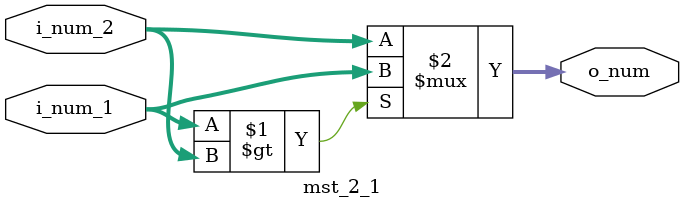
<source format=v>
module mst_2_1(
    input  [7 : 0] i_num_1,
    input  [7 : 0] i_num_2,
    output [7 : 0] o_num
);

    assign o_num = (i_num_1 > i_num_2) ? i_num_1 : i_num_2;

endmodule

</source>
